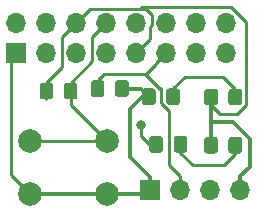
<source format=gtl>
G04 #@! TF.GenerationSoftware,KiCad,Pcbnew,(5.1.5)-3*
G04 #@! TF.CreationDate,2020-11-10T12:23:10+03:00*
G04 #@! TF.ProjectId,rasphat_proj2,72617370-6861-4745-9f70-726f6a322e6b,rev?*
G04 #@! TF.SameCoordinates,Original*
G04 #@! TF.FileFunction,Copper,L1,Top*
G04 #@! TF.FilePolarity,Positive*
%FSLAX46Y46*%
G04 Gerber Fmt 4.6, Leading zero omitted, Abs format (unit mm)*
G04 Created by KiCad (PCBNEW (5.1.5)-3) date 2020-11-10 12:23:10*
%MOMM*%
%LPD*%
G04 APERTURE LIST*
%ADD10C,2.000000*%
%ADD11C,0.100000*%
%ADD12O,1.700000X1.700000*%
%ADD13R,1.700000X1.700000*%
%ADD14C,0.800000*%
%ADD15C,0.250000*%
%ADD16C,0.300000*%
G04 APERTURE END LIST*
D10*
X43233200Y-88925400D03*
X43233200Y-84425400D03*
X49733200Y-88925400D03*
X49733200Y-84425400D03*
G04 #@! TA.AperFunction,SMDPad,CuDef*
D11*
G36*
X60962905Y-80016604D02*
G01*
X60987173Y-80020204D01*
X61010972Y-80026165D01*
X61034071Y-80034430D01*
X61056250Y-80044920D01*
X61077293Y-80057532D01*
X61096999Y-80072147D01*
X61115177Y-80088623D01*
X61131653Y-80106801D01*
X61146268Y-80126507D01*
X61158880Y-80147550D01*
X61169370Y-80169729D01*
X61177635Y-80192828D01*
X61183596Y-80216627D01*
X61187196Y-80240895D01*
X61188400Y-80265399D01*
X61188400Y-81165401D01*
X61187196Y-81189905D01*
X61183596Y-81214173D01*
X61177635Y-81237972D01*
X61169370Y-81261071D01*
X61158880Y-81283250D01*
X61146268Y-81304293D01*
X61131653Y-81323999D01*
X61115177Y-81342177D01*
X61096999Y-81358653D01*
X61077293Y-81373268D01*
X61056250Y-81385880D01*
X61034071Y-81396370D01*
X61010972Y-81404635D01*
X60987173Y-81410596D01*
X60962905Y-81414196D01*
X60938401Y-81415400D01*
X60288399Y-81415400D01*
X60263895Y-81414196D01*
X60239627Y-81410596D01*
X60215828Y-81404635D01*
X60192729Y-81396370D01*
X60170550Y-81385880D01*
X60149507Y-81373268D01*
X60129801Y-81358653D01*
X60111623Y-81342177D01*
X60095147Y-81323999D01*
X60080532Y-81304293D01*
X60067920Y-81283250D01*
X60057430Y-81261071D01*
X60049165Y-81237972D01*
X60043204Y-81214173D01*
X60039604Y-81189905D01*
X60038400Y-81165401D01*
X60038400Y-80265399D01*
X60039604Y-80240895D01*
X60043204Y-80216627D01*
X60049165Y-80192828D01*
X60057430Y-80169729D01*
X60067920Y-80147550D01*
X60080532Y-80126507D01*
X60095147Y-80106801D01*
X60111623Y-80088623D01*
X60129801Y-80072147D01*
X60149507Y-80057532D01*
X60170550Y-80044920D01*
X60192729Y-80034430D01*
X60215828Y-80026165D01*
X60239627Y-80020204D01*
X60263895Y-80016604D01*
X60288399Y-80015400D01*
X60938401Y-80015400D01*
X60962905Y-80016604D01*
G37*
G04 #@! TD.AperFunction*
G04 #@! TA.AperFunction,SMDPad,CuDef*
G36*
X58912905Y-80016604D02*
G01*
X58937173Y-80020204D01*
X58960972Y-80026165D01*
X58984071Y-80034430D01*
X59006250Y-80044920D01*
X59027293Y-80057532D01*
X59046999Y-80072147D01*
X59065177Y-80088623D01*
X59081653Y-80106801D01*
X59096268Y-80126507D01*
X59108880Y-80147550D01*
X59119370Y-80169729D01*
X59127635Y-80192828D01*
X59133596Y-80216627D01*
X59137196Y-80240895D01*
X59138400Y-80265399D01*
X59138400Y-81165401D01*
X59137196Y-81189905D01*
X59133596Y-81214173D01*
X59127635Y-81237972D01*
X59119370Y-81261071D01*
X59108880Y-81283250D01*
X59096268Y-81304293D01*
X59081653Y-81323999D01*
X59065177Y-81342177D01*
X59046999Y-81358653D01*
X59027293Y-81373268D01*
X59006250Y-81385880D01*
X58984071Y-81396370D01*
X58960972Y-81404635D01*
X58937173Y-81410596D01*
X58912905Y-81414196D01*
X58888401Y-81415400D01*
X58238399Y-81415400D01*
X58213895Y-81414196D01*
X58189627Y-81410596D01*
X58165828Y-81404635D01*
X58142729Y-81396370D01*
X58120550Y-81385880D01*
X58099507Y-81373268D01*
X58079801Y-81358653D01*
X58061623Y-81342177D01*
X58045147Y-81323999D01*
X58030532Y-81304293D01*
X58017920Y-81283250D01*
X58007430Y-81261071D01*
X57999165Y-81237972D01*
X57993204Y-81214173D01*
X57989604Y-81189905D01*
X57988400Y-81165401D01*
X57988400Y-80265399D01*
X57989604Y-80240895D01*
X57993204Y-80216627D01*
X57999165Y-80192828D01*
X58007430Y-80169729D01*
X58017920Y-80147550D01*
X58030532Y-80126507D01*
X58045147Y-80106801D01*
X58061623Y-80088623D01*
X58079801Y-80072147D01*
X58099507Y-80057532D01*
X58120550Y-80044920D01*
X58142729Y-80034430D01*
X58165828Y-80026165D01*
X58189627Y-80020204D01*
X58213895Y-80016604D01*
X58238399Y-80015400D01*
X58888401Y-80015400D01*
X58912905Y-80016604D01*
G37*
G04 #@! TD.AperFunction*
D12*
X61036200Y-88595200D03*
X58496200Y-88595200D03*
X55956200Y-88595200D03*
D13*
X53416200Y-88595200D03*
G04 #@! TA.AperFunction,SMDPad,CuDef*
D11*
G36*
X53642037Y-79971604D02*
G01*
X53666305Y-79975204D01*
X53690104Y-79981165D01*
X53713203Y-79989430D01*
X53735382Y-79999920D01*
X53756425Y-80012532D01*
X53776131Y-80027147D01*
X53794309Y-80043623D01*
X53810785Y-80061801D01*
X53825400Y-80081507D01*
X53838012Y-80102550D01*
X53848502Y-80124729D01*
X53856767Y-80147828D01*
X53862728Y-80171627D01*
X53866328Y-80195895D01*
X53867532Y-80220399D01*
X53867532Y-81120401D01*
X53866328Y-81144905D01*
X53862728Y-81169173D01*
X53856767Y-81192972D01*
X53848502Y-81216071D01*
X53838012Y-81238250D01*
X53825400Y-81259293D01*
X53810785Y-81278999D01*
X53794309Y-81297177D01*
X53776131Y-81313653D01*
X53756425Y-81328268D01*
X53735382Y-81340880D01*
X53713203Y-81351370D01*
X53690104Y-81359635D01*
X53666305Y-81365596D01*
X53642037Y-81369196D01*
X53617533Y-81370400D01*
X52967531Y-81370400D01*
X52943027Y-81369196D01*
X52918759Y-81365596D01*
X52894960Y-81359635D01*
X52871861Y-81351370D01*
X52849682Y-81340880D01*
X52828639Y-81328268D01*
X52808933Y-81313653D01*
X52790755Y-81297177D01*
X52774279Y-81278999D01*
X52759664Y-81259293D01*
X52747052Y-81238250D01*
X52736562Y-81216071D01*
X52728297Y-81192972D01*
X52722336Y-81169173D01*
X52718736Y-81144905D01*
X52717532Y-81120401D01*
X52717532Y-80220399D01*
X52718736Y-80195895D01*
X52722336Y-80171627D01*
X52728297Y-80147828D01*
X52736562Y-80124729D01*
X52747052Y-80102550D01*
X52759664Y-80081507D01*
X52774279Y-80061801D01*
X52790755Y-80043623D01*
X52808933Y-80027147D01*
X52828639Y-80012532D01*
X52849682Y-79999920D01*
X52871861Y-79989430D01*
X52894960Y-79981165D01*
X52918759Y-79975204D01*
X52943027Y-79971604D01*
X52967531Y-79970400D01*
X53617533Y-79970400D01*
X53642037Y-79971604D01*
G37*
G04 #@! TD.AperFunction*
G04 #@! TA.AperFunction,SMDPad,CuDef*
G36*
X55692037Y-79971604D02*
G01*
X55716305Y-79975204D01*
X55740104Y-79981165D01*
X55763203Y-79989430D01*
X55785382Y-79999920D01*
X55806425Y-80012532D01*
X55826131Y-80027147D01*
X55844309Y-80043623D01*
X55860785Y-80061801D01*
X55875400Y-80081507D01*
X55888012Y-80102550D01*
X55898502Y-80124729D01*
X55906767Y-80147828D01*
X55912728Y-80171627D01*
X55916328Y-80195895D01*
X55917532Y-80220399D01*
X55917532Y-81120401D01*
X55916328Y-81144905D01*
X55912728Y-81169173D01*
X55906767Y-81192972D01*
X55898502Y-81216071D01*
X55888012Y-81238250D01*
X55875400Y-81259293D01*
X55860785Y-81278999D01*
X55844309Y-81297177D01*
X55826131Y-81313653D01*
X55806425Y-81328268D01*
X55785382Y-81340880D01*
X55763203Y-81351370D01*
X55740104Y-81359635D01*
X55716305Y-81365596D01*
X55692037Y-81369196D01*
X55667533Y-81370400D01*
X55017531Y-81370400D01*
X54993027Y-81369196D01*
X54968759Y-81365596D01*
X54944960Y-81359635D01*
X54921861Y-81351370D01*
X54899682Y-81340880D01*
X54878639Y-81328268D01*
X54858933Y-81313653D01*
X54840755Y-81297177D01*
X54824279Y-81278999D01*
X54809664Y-81259293D01*
X54797052Y-81238250D01*
X54786562Y-81216071D01*
X54778297Y-81192972D01*
X54772336Y-81169173D01*
X54768736Y-81144905D01*
X54767532Y-81120401D01*
X54767532Y-80220399D01*
X54768736Y-80195895D01*
X54772336Y-80171627D01*
X54778297Y-80147828D01*
X54786562Y-80124729D01*
X54797052Y-80102550D01*
X54809664Y-80081507D01*
X54824279Y-80061801D01*
X54840755Y-80043623D01*
X54858933Y-80027147D01*
X54878639Y-80012532D01*
X54899682Y-79999920D01*
X54921861Y-79989430D01*
X54944960Y-79981165D01*
X54968759Y-79975204D01*
X54993027Y-79971604D01*
X55017531Y-79970400D01*
X55667533Y-79970400D01*
X55692037Y-79971604D01*
G37*
G04 #@! TD.AperFunction*
G04 #@! TA.AperFunction,SMDPad,CuDef*
G36*
X54264705Y-84010204D02*
G01*
X54288973Y-84013804D01*
X54312772Y-84019765D01*
X54335871Y-84028030D01*
X54358050Y-84038520D01*
X54379093Y-84051132D01*
X54398799Y-84065747D01*
X54416977Y-84082223D01*
X54433453Y-84100401D01*
X54448068Y-84120107D01*
X54460680Y-84141150D01*
X54471170Y-84163329D01*
X54479435Y-84186428D01*
X54485396Y-84210227D01*
X54488996Y-84234495D01*
X54490200Y-84258999D01*
X54490200Y-85159001D01*
X54488996Y-85183505D01*
X54485396Y-85207773D01*
X54479435Y-85231572D01*
X54471170Y-85254671D01*
X54460680Y-85276850D01*
X54448068Y-85297893D01*
X54433453Y-85317599D01*
X54416977Y-85335777D01*
X54398799Y-85352253D01*
X54379093Y-85366868D01*
X54358050Y-85379480D01*
X54335871Y-85389970D01*
X54312772Y-85398235D01*
X54288973Y-85404196D01*
X54264705Y-85407796D01*
X54240201Y-85409000D01*
X53590199Y-85409000D01*
X53565695Y-85407796D01*
X53541427Y-85404196D01*
X53517628Y-85398235D01*
X53494529Y-85389970D01*
X53472350Y-85379480D01*
X53451307Y-85366868D01*
X53431601Y-85352253D01*
X53413423Y-85335777D01*
X53396947Y-85317599D01*
X53382332Y-85297893D01*
X53369720Y-85276850D01*
X53359230Y-85254671D01*
X53350965Y-85231572D01*
X53345004Y-85207773D01*
X53341404Y-85183505D01*
X53340200Y-85159001D01*
X53340200Y-84258999D01*
X53341404Y-84234495D01*
X53345004Y-84210227D01*
X53350965Y-84186428D01*
X53359230Y-84163329D01*
X53369720Y-84141150D01*
X53382332Y-84120107D01*
X53396947Y-84100401D01*
X53413423Y-84082223D01*
X53431601Y-84065747D01*
X53451307Y-84051132D01*
X53472350Y-84038520D01*
X53494529Y-84028030D01*
X53517628Y-84019765D01*
X53541427Y-84013804D01*
X53565695Y-84010204D01*
X53590199Y-84009000D01*
X54240201Y-84009000D01*
X54264705Y-84010204D01*
G37*
G04 #@! TD.AperFunction*
G04 #@! TA.AperFunction,SMDPad,CuDef*
G36*
X56314705Y-84010204D02*
G01*
X56338973Y-84013804D01*
X56362772Y-84019765D01*
X56385871Y-84028030D01*
X56408050Y-84038520D01*
X56429093Y-84051132D01*
X56448799Y-84065747D01*
X56466977Y-84082223D01*
X56483453Y-84100401D01*
X56498068Y-84120107D01*
X56510680Y-84141150D01*
X56521170Y-84163329D01*
X56529435Y-84186428D01*
X56535396Y-84210227D01*
X56538996Y-84234495D01*
X56540200Y-84258999D01*
X56540200Y-85159001D01*
X56538996Y-85183505D01*
X56535396Y-85207773D01*
X56529435Y-85231572D01*
X56521170Y-85254671D01*
X56510680Y-85276850D01*
X56498068Y-85297893D01*
X56483453Y-85317599D01*
X56466977Y-85335777D01*
X56448799Y-85352253D01*
X56429093Y-85366868D01*
X56408050Y-85379480D01*
X56385871Y-85389970D01*
X56362772Y-85398235D01*
X56338973Y-85404196D01*
X56314705Y-85407796D01*
X56290201Y-85409000D01*
X55640199Y-85409000D01*
X55615695Y-85407796D01*
X55591427Y-85404196D01*
X55567628Y-85398235D01*
X55544529Y-85389970D01*
X55522350Y-85379480D01*
X55501307Y-85366868D01*
X55481601Y-85352253D01*
X55463423Y-85335777D01*
X55446947Y-85317599D01*
X55432332Y-85297893D01*
X55419720Y-85276850D01*
X55409230Y-85254671D01*
X55400965Y-85231572D01*
X55395004Y-85207773D01*
X55391404Y-85183505D01*
X55390200Y-85159001D01*
X55390200Y-84258999D01*
X55391404Y-84234495D01*
X55395004Y-84210227D01*
X55400965Y-84186428D01*
X55409230Y-84163329D01*
X55419720Y-84141150D01*
X55432332Y-84120107D01*
X55446947Y-84100401D01*
X55463423Y-84082223D01*
X55481601Y-84065747D01*
X55501307Y-84051132D01*
X55522350Y-84038520D01*
X55544529Y-84028030D01*
X55567628Y-84019765D01*
X55591427Y-84013804D01*
X55615695Y-84010204D01*
X55640199Y-84009000D01*
X56290201Y-84009000D01*
X56314705Y-84010204D01*
G37*
G04 #@! TD.AperFunction*
G04 #@! TA.AperFunction,SMDPad,CuDef*
G36*
X51361705Y-79285804D02*
G01*
X51385973Y-79289404D01*
X51409772Y-79295365D01*
X51432871Y-79303630D01*
X51455050Y-79314120D01*
X51476093Y-79326732D01*
X51495799Y-79341347D01*
X51513977Y-79357823D01*
X51530453Y-79376001D01*
X51545068Y-79395707D01*
X51557680Y-79416750D01*
X51568170Y-79438929D01*
X51576435Y-79462028D01*
X51582396Y-79485827D01*
X51585996Y-79510095D01*
X51587200Y-79534599D01*
X51587200Y-80434601D01*
X51585996Y-80459105D01*
X51582396Y-80483373D01*
X51576435Y-80507172D01*
X51568170Y-80530271D01*
X51557680Y-80552450D01*
X51545068Y-80573493D01*
X51530453Y-80593199D01*
X51513977Y-80611377D01*
X51495799Y-80627853D01*
X51476093Y-80642468D01*
X51455050Y-80655080D01*
X51432871Y-80665570D01*
X51409772Y-80673835D01*
X51385973Y-80679796D01*
X51361705Y-80683396D01*
X51337201Y-80684600D01*
X50687199Y-80684600D01*
X50662695Y-80683396D01*
X50638427Y-80679796D01*
X50614628Y-80673835D01*
X50591529Y-80665570D01*
X50569350Y-80655080D01*
X50548307Y-80642468D01*
X50528601Y-80627853D01*
X50510423Y-80611377D01*
X50493947Y-80593199D01*
X50479332Y-80573493D01*
X50466720Y-80552450D01*
X50456230Y-80530271D01*
X50447965Y-80507172D01*
X50442004Y-80483373D01*
X50438404Y-80459105D01*
X50437200Y-80434601D01*
X50437200Y-79534599D01*
X50438404Y-79510095D01*
X50442004Y-79485827D01*
X50447965Y-79462028D01*
X50456230Y-79438929D01*
X50466720Y-79416750D01*
X50479332Y-79395707D01*
X50493947Y-79376001D01*
X50510423Y-79357823D01*
X50528601Y-79341347D01*
X50548307Y-79326732D01*
X50569350Y-79314120D01*
X50591529Y-79303630D01*
X50614628Y-79295365D01*
X50638427Y-79289404D01*
X50662695Y-79285804D01*
X50687199Y-79284600D01*
X51337201Y-79284600D01*
X51361705Y-79285804D01*
G37*
G04 #@! TD.AperFunction*
G04 #@! TA.AperFunction,SMDPad,CuDef*
G36*
X49311705Y-79285804D02*
G01*
X49335973Y-79289404D01*
X49359772Y-79295365D01*
X49382871Y-79303630D01*
X49405050Y-79314120D01*
X49426093Y-79326732D01*
X49445799Y-79341347D01*
X49463977Y-79357823D01*
X49480453Y-79376001D01*
X49495068Y-79395707D01*
X49507680Y-79416750D01*
X49518170Y-79438929D01*
X49526435Y-79462028D01*
X49532396Y-79485827D01*
X49535996Y-79510095D01*
X49537200Y-79534599D01*
X49537200Y-80434601D01*
X49535996Y-80459105D01*
X49532396Y-80483373D01*
X49526435Y-80507172D01*
X49518170Y-80530271D01*
X49507680Y-80552450D01*
X49495068Y-80573493D01*
X49480453Y-80593199D01*
X49463977Y-80611377D01*
X49445799Y-80627853D01*
X49426093Y-80642468D01*
X49405050Y-80655080D01*
X49382871Y-80665570D01*
X49359772Y-80673835D01*
X49335973Y-80679796D01*
X49311705Y-80683396D01*
X49287201Y-80684600D01*
X48637199Y-80684600D01*
X48612695Y-80683396D01*
X48588427Y-80679796D01*
X48564628Y-80673835D01*
X48541529Y-80665570D01*
X48519350Y-80655080D01*
X48498307Y-80642468D01*
X48478601Y-80627853D01*
X48460423Y-80611377D01*
X48443947Y-80593199D01*
X48429332Y-80573493D01*
X48416720Y-80552450D01*
X48406230Y-80530271D01*
X48397965Y-80507172D01*
X48392004Y-80483373D01*
X48388404Y-80459105D01*
X48387200Y-80434601D01*
X48387200Y-79534599D01*
X48388404Y-79510095D01*
X48392004Y-79485827D01*
X48397965Y-79462028D01*
X48406230Y-79438929D01*
X48416720Y-79416750D01*
X48429332Y-79395707D01*
X48443947Y-79376001D01*
X48460423Y-79357823D01*
X48478601Y-79341347D01*
X48498307Y-79326732D01*
X48519350Y-79314120D01*
X48541529Y-79303630D01*
X48564628Y-79295365D01*
X48588427Y-79289404D01*
X48612695Y-79285804D01*
X48637199Y-79284600D01*
X49287201Y-79284600D01*
X49311705Y-79285804D01*
G37*
G04 #@! TD.AperFunction*
G04 #@! TA.AperFunction,SMDPad,CuDef*
G36*
X44968305Y-79489004D02*
G01*
X44992573Y-79492604D01*
X45016372Y-79498565D01*
X45039471Y-79506830D01*
X45061650Y-79517320D01*
X45082693Y-79529932D01*
X45102399Y-79544547D01*
X45120577Y-79561023D01*
X45137053Y-79579201D01*
X45151668Y-79598907D01*
X45164280Y-79619950D01*
X45174770Y-79642129D01*
X45183035Y-79665228D01*
X45188996Y-79689027D01*
X45192596Y-79713295D01*
X45193800Y-79737799D01*
X45193800Y-80637801D01*
X45192596Y-80662305D01*
X45188996Y-80686573D01*
X45183035Y-80710372D01*
X45174770Y-80733471D01*
X45164280Y-80755650D01*
X45151668Y-80776693D01*
X45137053Y-80796399D01*
X45120577Y-80814577D01*
X45102399Y-80831053D01*
X45082693Y-80845668D01*
X45061650Y-80858280D01*
X45039471Y-80868770D01*
X45016372Y-80877035D01*
X44992573Y-80882996D01*
X44968305Y-80886596D01*
X44943801Y-80887800D01*
X44293799Y-80887800D01*
X44269295Y-80886596D01*
X44245027Y-80882996D01*
X44221228Y-80877035D01*
X44198129Y-80868770D01*
X44175950Y-80858280D01*
X44154907Y-80845668D01*
X44135201Y-80831053D01*
X44117023Y-80814577D01*
X44100547Y-80796399D01*
X44085932Y-80776693D01*
X44073320Y-80755650D01*
X44062830Y-80733471D01*
X44054565Y-80710372D01*
X44048604Y-80686573D01*
X44045004Y-80662305D01*
X44043800Y-80637801D01*
X44043800Y-79737799D01*
X44045004Y-79713295D01*
X44048604Y-79689027D01*
X44054565Y-79665228D01*
X44062830Y-79642129D01*
X44073320Y-79619950D01*
X44085932Y-79598907D01*
X44100547Y-79579201D01*
X44117023Y-79561023D01*
X44135201Y-79544547D01*
X44154907Y-79529932D01*
X44175950Y-79517320D01*
X44198129Y-79506830D01*
X44221228Y-79498565D01*
X44245027Y-79492604D01*
X44269295Y-79489004D01*
X44293799Y-79487800D01*
X44943801Y-79487800D01*
X44968305Y-79489004D01*
G37*
G04 #@! TD.AperFunction*
G04 #@! TA.AperFunction,SMDPad,CuDef*
G36*
X47018305Y-79489004D02*
G01*
X47042573Y-79492604D01*
X47066372Y-79498565D01*
X47089471Y-79506830D01*
X47111650Y-79517320D01*
X47132693Y-79529932D01*
X47152399Y-79544547D01*
X47170577Y-79561023D01*
X47187053Y-79579201D01*
X47201668Y-79598907D01*
X47214280Y-79619950D01*
X47224770Y-79642129D01*
X47233035Y-79665228D01*
X47238996Y-79689027D01*
X47242596Y-79713295D01*
X47243800Y-79737799D01*
X47243800Y-80637801D01*
X47242596Y-80662305D01*
X47238996Y-80686573D01*
X47233035Y-80710372D01*
X47224770Y-80733471D01*
X47214280Y-80755650D01*
X47201668Y-80776693D01*
X47187053Y-80796399D01*
X47170577Y-80814577D01*
X47152399Y-80831053D01*
X47132693Y-80845668D01*
X47111650Y-80858280D01*
X47089471Y-80868770D01*
X47066372Y-80877035D01*
X47042573Y-80882996D01*
X47018305Y-80886596D01*
X46993801Y-80887800D01*
X46343799Y-80887800D01*
X46319295Y-80886596D01*
X46295027Y-80882996D01*
X46271228Y-80877035D01*
X46248129Y-80868770D01*
X46225950Y-80858280D01*
X46204907Y-80845668D01*
X46185201Y-80831053D01*
X46167023Y-80814577D01*
X46150547Y-80796399D01*
X46135932Y-80776693D01*
X46123320Y-80755650D01*
X46112830Y-80733471D01*
X46104565Y-80710372D01*
X46098604Y-80686573D01*
X46095004Y-80662305D01*
X46093800Y-80637801D01*
X46093800Y-79737799D01*
X46095004Y-79713295D01*
X46098604Y-79689027D01*
X46104565Y-79665228D01*
X46112830Y-79642129D01*
X46123320Y-79619950D01*
X46135932Y-79598907D01*
X46150547Y-79579201D01*
X46167023Y-79561023D01*
X46185201Y-79544547D01*
X46204907Y-79529932D01*
X46225950Y-79517320D01*
X46248129Y-79506830D01*
X46271228Y-79498565D01*
X46295027Y-79492604D01*
X46319295Y-79489004D01*
X46343799Y-79487800D01*
X46993801Y-79487800D01*
X47018305Y-79489004D01*
G37*
G04 #@! TD.AperFunction*
G04 #@! TA.AperFunction,SMDPad,CuDef*
G36*
X60962905Y-84086404D02*
G01*
X60987173Y-84090004D01*
X61010972Y-84095965D01*
X61034071Y-84104230D01*
X61056250Y-84114720D01*
X61077293Y-84127332D01*
X61096999Y-84141947D01*
X61115177Y-84158423D01*
X61131653Y-84176601D01*
X61146268Y-84196307D01*
X61158880Y-84217350D01*
X61169370Y-84239529D01*
X61177635Y-84262628D01*
X61183596Y-84286427D01*
X61187196Y-84310695D01*
X61188400Y-84335199D01*
X61188400Y-85235201D01*
X61187196Y-85259705D01*
X61183596Y-85283973D01*
X61177635Y-85307772D01*
X61169370Y-85330871D01*
X61158880Y-85353050D01*
X61146268Y-85374093D01*
X61131653Y-85393799D01*
X61115177Y-85411977D01*
X61096999Y-85428453D01*
X61077293Y-85443068D01*
X61056250Y-85455680D01*
X61034071Y-85466170D01*
X61010972Y-85474435D01*
X60987173Y-85480396D01*
X60962905Y-85483996D01*
X60938401Y-85485200D01*
X60288399Y-85485200D01*
X60263895Y-85483996D01*
X60239627Y-85480396D01*
X60215828Y-85474435D01*
X60192729Y-85466170D01*
X60170550Y-85455680D01*
X60149507Y-85443068D01*
X60129801Y-85428453D01*
X60111623Y-85411977D01*
X60095147Y-85393799D01*
X60080532Y-85374093D01*
X60067920Y-85353050D01*
X60057430Y-85330871D01*
X60049165Y-85307772D01*
X60043204Y-85283973D01*
X60039604Y-85259705D01*
X60038400Y-85235201D01*
X60038400Y-84335199D01*
X60039604Y-84310695D01*
X60043204Y-84286427D01*
X60049165Y-84262628D01*
X60057430Y-84239529D01*
X60067920Y-84217350D01*
X60080532Y-84196307D01*
X60095147Y-84176601D01*
X60111623Y-84158423D01*
X60129801Y-84141947D01*
X60149507Y-84127332D01*
X60170550Y-84114720D01*
X60192729Y-84104230D01*
X60215828Y-84095965D01*
X60239627Y-84090004D01*
X60263895Y-84086404D01*
X60288399Y-84085200D01*
X60938401Y-84085200D01*
X60962905Y-84086404D01*
G37*
G04 #@! TD.AperFunction*
G04 #@! TA.AperFunction,SMDPad,CuDef*
G36*
X58912905Y-84086404D02*
G01*
X58937173Y-84090004D01*
X58960972Y-84095965D01*
X58984071Y-84104230D01*
X59006250Y-84114720D01*
X59027293Y-84127332D01*
X59046999Y-84141947D01*
X59065177Y-84158423D01*
X59081653Y-84176601D01*
X59096268Y-84196307D01*
X59108880Y-84217350D01*
X59119370Y-84239529D01*
X59127635Y-84262628D01*
X59133596Y-84286427D01*
X59137196Y-84310695D01*
X59138400Y-84335199D01*
X59138400Y-85235201D01*
X59137196Y-85259705D01*
X59133596Y-85283973D01*
X59127635Y-85307772D01*
X59119370Y-85330871D01*
X59108880Y-85353050D01*
X59096268Y-85374093D01*
X59081653Y-85393799D01*
X59065177Y-85411977D01*
X59046999Y-85428453D01*
X59027293Y-85443068D01*
X59006250Y-85455680D01*
X58984071Y-85466170D01*
X58960972Y-85474435D01*
X58937173Y-85480396D01*
X58912905Y-85483996D01*
X58888401Y-85485200D01*
X58238399Y-85485200D01*
X58213895Y-85483996D01*
X58189627Y-85480396D01*
X58165828Y-85474435D01*
X58142729Y-85466170D01*
X58120550Y-85455680D01*
X58099507Y-85443068D01*
X58079801Y-85428453D01*
X58061623Y-85411977D01*
X58045147Y-85393799D01*
X58030532Y-85374093D01*
X58017920Y-85353050D01*
X58007430Y-85330871D01*
X57999165Y-85307772D01*
X57993204Y-85283973D01*
X57989604Y-85259705D01*
X57988400Y-85235201D01*
X57988400Y-84335199D01*
X57989604Y-84310695D01*
X57993204Y-84286427D01*
X57999165Y-84262628D01*
X58007430Y-84239529D01*
X58017920Y-84217350D01*
X58030532Y-84196307D01*
X58045147Y-84176601D01*
X58061623Y-84158423D01*
X58079801Y-84141947D01*
X58099507Y-84127332D01*
X58120550Y-84114720D01*
X58142729Y-84104230D01*
X58165828Y-84095965D01*
X58189627Y-84090004D01*
X58213895Y-84086404D01*
X58238399Y-84085200D01*
X58888401Y-84085200D01*
X58912905Y-84086404D01*
G37*
G04 #@! TD.AperFunction*
D13*
X42062400Y-76987400D03*
D12*
X42062400Y-74447400D03*
X44602400Y-76987400D03*
X44602400Y-74447400D03*
X47142400Y-76987400D03*
X47142400Y-74447400D03*
X49682400Y-76987400D03*
X49682400Y-74447400D03*
X52222400Y-76987400D03*
X52222400Y-74447400D03*
X54762400Y-76987400D03*
X54762400Y-74447400D03*
X57302400Y-76987400D03*
X57302400Y-74447400D03*
X59842400Y-76987400D03*
X59842400Y-74447400D03*
D14*
X52603400Y-83083400D03*
D15*
X60613400Y-84785200D02*
X60121800Y-84785200D01*
X55965200Y-85409000D02*
X55965200Y-84709000D01*
X59662400Y-86436200D02*
X56992400Y-86436200D01*
X60613400Y-84785200D02*
X60613400Y-85485200D01*
X56992400Y-86436200D02*
X55965200Y-85409000D01*
X60613400Y-85485200D02*
X59662400Y-86436200D01*
D16*
X58563400Y-82940000D02*
X58563400Y-84785200D01*
X61036200Y-87393119D02*
X61823600Y-86605719D01*
X58674000Y-82829400D02*
X58563400Y-82940000D01*
X61036200Y-88595200D02*
X61036200Y-87393119D01*
X60422566Y-82829400D02*
X58674000Y-82829400D01*
X61823600Y-86605719D02*
X61823600Y-84230434D01*
X61823600Y-84230434D02*
X60422566Y-82829400D01*
X58563400Y-81415400D02*
X58521600Y-81457200D01*
X58521600Y-82898200D02*
X58563400Y-82940000D01*
X58521600Y-81457200D02*
X58521600Y-82898200D01*
D15*
X58563400Y-81415400D02*
X58563400Y-80715400D01*
X47142400Y-74447400D02*
X48317401Y-73272399D01*
X55342532Y-79970400D02*
X56344332Y-78968600D01*
X56344332Y-78968600D02*
X59566600Y-78968600D01*
X55342532Y-80670400D02*
X55342532Y-79970400D01*
X60613400Y-80015400D02*
X60613400Y-80715400D01*
X59566600Y-78968600D02*
X60613400Y-80015400D01*
X55956200Y-88849200D02*
X55956200Y-88595200D01*
X55956200Y-88595200D02*
X55956200Y-87393119D01*
X54991000Y-86427919D02*
X54991000Y-81907058D01*
X55956200Y-87393119D02*
X54991000Y-86427919D01*
X54991000Y-81907058D02*
X54292542Y-81208600D01*
X49282588Y-79984600D02*
X48962200Y-79984600D01*
X54292542Y-81208600D02*
X54292542Y-80327542D01*
X54292542Y-80327542D02*
X54292542Y-79940798D01*
X54292542Y-80073542D02*
X54292542Y-80327542D01*
X53022500Y-78740000D02*
X52990750Y-78771750D01*
X52990750Y-78771750D02*
X54292542Y-80073542D01*
X48962200Y-79984600D02*
X48962200Y-79284600D01*
X48962200Y-79284600D02*
X49506800Y-78740000D01*
X49517300Y-78752700D02*
X53033000Y-78752700D01*
X53912401Y-77873299D02*
X53033000Y-78752700D01*
X53912401Y-77837399D02*
X53912401Y-77873299D01*
X54762400Y-76987400D02*
X53912401Y-77837399D01*
X44618800Y-80657200D02*
X44618800Y-80187800D01*
X49733200Y-84425400D02*
X43233200Y-84425400D01*
X44618800Y-80187800D02*
X44618800Y-80887800D01*
X46292401Y-75297399D02*
X47142400Y-74447400D01*
X45967399Y-75622401D02*
X46292401Y-75297399D01*
X45967399Y-78139201D02*
X45967399Y-75622401D01*
X44618800Y-79487800D02*
X45967399Y-78139201D01*
X44618800Y-80187800D02*
X44618800Y-79487800D01*
X48317401Y-73272399D02*
X52521101Y-73272399D01*
X59291600Y-82143600D02*
X60773390Y-82143600D01*
X58563400Y-81415400D02*
X59291600Y-82143600D01*
X60773390Y-82143600D02*
X61513410Y-81403580D01*
X60247902Y-73113900D02*
X55788986Y-73113900D01*
X61513410Y-81403580D02*
X61513410Y-74379408D01*
X61513410Y-74379408D02*
X60247902Y-73113900D01*
X52521101Y-73272399D02*
X52755800Y-73037700D01*
X55067200Y-73037700D02*
X55712786Y-73037700D01*
X55067200Y-73037700D02*
X55333900Y-73037700D01*
X55712786Y-73037700D02*
X55788986Y-73113900D01*
X52755800Y-73037700D02*
X55067200Y-73037700D01*
X52698901Y-73272399D02*
X52521101Y-73272399D01*
X53397401Y-75812399D02*
X53397401Y-74758299D01*
X53555900Y-74599800D02*
X53555900Y-73748900D01*
X53079399Y-73272399D02*
X52698901Y-73272399D01*
X52222400Y-76987400D02*
X53397401Y-75812399D01*
X53397401Y-74758299D02*
X53555900Y-74599800D01*
X53555900Y-73748900D02*
X53079399Y-73272399D01*
X46668800Y-81361000D02*
X49733200Y-84425400D01*
X46668800Y-80187800D02*
X46668800Y-81361000D01*
X48832401Y-75297399D02*
X49682400Y-74447400D01*
X48507399Y-77649201D02*
X48507399Y-75622401D01*
X48507399Y-75622401D02*
X48832401Y-75297399D01*
X46668800Y-79487800D02*
X48507399Y-77649201D01*
X46668800Y-80187800D02*
X46668800Y-79487800D01*
X53915200Y-84709000D02*
X53340200Y-84709000D01*
X52603400Y-83972200D02*
X52603400Y-83083400D01*
X53340200Y-84709000D02*
X52603400Y-83972200D01*
D16*
X52606732Y-79984600D02*
X53292532Y-80670400D01*
X51012200Y-79984600D02*
X52606732Y-79984600D01*
X44647413Y-88925400D02*
X49733200Y-88925400D01*
X43233200Y-88925400D02*
X44647413Y-88925400D01*
X53086000Y-88925400D02*
X53416200Y-88595200D01*
X49733200Y-88925400D02*
X53086000Y-88925400D01*
X53416200Y-87445200D02*
X53416200Y-88595200D01*
X51714400Y-81673532D02*
X51714400Y-85743400D01*
X52717532Y-80670400D02*
X51714400Y-81673532D01*
X51714400Y-85743400D02*
X53416200Y-87445200D01*
X53292532Y-80670400D02*
X52717532Y-80670400D01*
D15*
X41630600Y-87322800D02*
X43233200Y-88925400D01*
X42062400Y-76987400D02*
X41630600Y-77419200D01*
X41630600Y-77419200D02*
X41630600Y-87322800D01*
M02*

</source>
